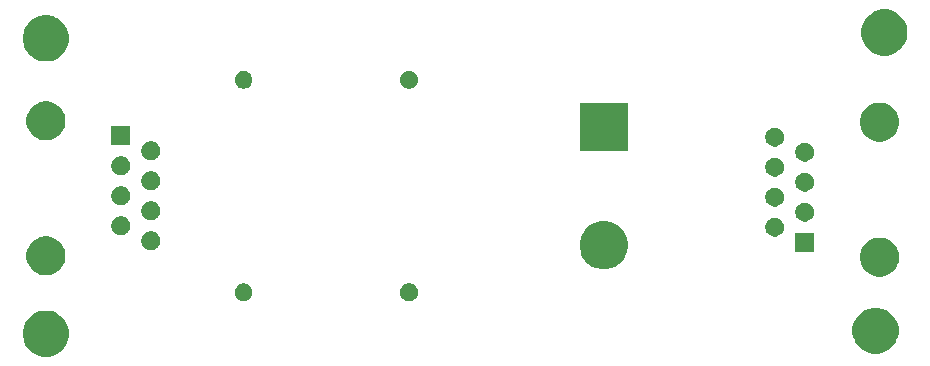
<source format=gbr>
G04 #@! TF.GenerationSoftware,KiCad,Pcbnew,(5.1.4)-1*
G04 #@! TF.CreationDate,2020-02-14T11:12:35-05:00*
G04 #@! TF.ProjectId,PowerFilter,506f7765-7246-4696-9c74-65722e6b6963,rev?*
G04 #@! TF.SameCoordinates,Original*
G04 #@! TF.FileFunction,Soldermask,Top*
G04 #@! TF.FilePolarity,Negative*
%FSLAX46Y46*%
G04 Gerber Fmt 4.6, Leading zero omitted, Abs format (unit mm)*
G04 Created by KiCad (PCBNEW (5.1.4)-1) date 2020-02-14 11:12:35*
%MOMM*%
%LPD*%
G04 APERTURE LIST*
%ADD10C,0.100000*%
G04 APERTURE END LIST*
D10*
G36*
X61819085Y-80873975D02*
G01*
X62174143Y-81021045D01*
X62174145Y-81021046D01*
X62493690Y-81234559D01*
X62765441Y-81506310D01*
X62978954Y-81825855D01*
X62978955Y-81825857D01*
X63126025Y-82180915D01*
X63201000Y-82557842D01*
X63201000Y-82942158D01*
X63126025Y-83319085D01*
X62978955Y-83674143D01*
X62978954Y-83674145D01*
X62765441Y-83993690D01*
X62493690Y-84265441D01*
X62174145Y-84478954D01*
X62174144Y-84478955D01*
X62174143Y-84478955D01*
X61819085Y-84626025D01*
X61442158Y-84701000D01*
X61057842Y-84701000D01*
X60680915Y-84626025D01*
X60325857Y-84478955D01*
X60325856Y-84478955D01*
X60325855Y-84478954D01*
X60006310Y-84265441D01*
X59734559Y-83993690D01*
X59521046Y-83674145D01*
X59521045Y-83674143D01*
X59373975Y-83319085D01*
X59299000Y-82942158D01*
X59299000Y-82557842D01*
X59373975Y-82180915D01*
X59521045Y-81825857D01*
X59521046Y-81825855D01*
X59734559Y-81506310D01*
X60006310Y-81234559D01*
X60325855Y-81021046D01*
X60325857Y-81021045D01*
X60680915Y-80873975D01*
X61057842Y-80799000D01*
X61442158Y-80799000D01*
X61819085Y-80873975D01*
X61819085Y-80873975D01*
G37*
G36*
X132069085Y-80623975D02*
G01*
X132424143Y-80771045D01*
X132424145Y-80771046D01*
X132743690Y-80984559D01*
X133015441Y-81256310D01*
X133182486Y-81506311D01*
X133228955Y-81575857D01*
X133376025Y-81930915D01*
X133451000Y-82307842D01*
X133451000Y-82692158D01*
X133376025Y-83069085D01*
X133272471Y-83319085D01*
X133228954Y-83424145D01*
X133015441Y-83743690D01*
X132743690Y-84015441D01*
X132424145Y-84228954D01*
X132424144Y-84228955D01*
X132424143Y-84228955D01*
X132069085Y-84376025D01*
X131692158Y-84451000D01*
X131307842Y-84451000D01*
X130930915Y-84376025D01*
X130575857Y-84228955D01*
X130575856Y-84228955D01*
X130575855Y-84228954D01*
X130256310Y-84015441D01*
X129984559Y-83743690D01*
X129771046Y-83424145D01*
X129727529Y-83319085D01*
X129623975Y-83069085D01*
X129549000Y-82692158D01*
X129549000Y-82307842D01*
X129623975Y-81930915D01*
X129771045Y-81575857D01*
X129817514Y-81506311D01*
X129984559Y-81256310D01*
X130256310Y-80984559D01*
X130575855Y-80771046D01*
X130575857Y-80771045D01*
X130930915Y-80623975D01*
X131307842Y-80549000D01*
X131692158Y-80549000D01*
X132069085Y-80623975D01*
X132069085Y-80623975D01*
G37*
G36*
X92219059Y-78527860D02*
G01*
X92355732Y-78584472D01*
X92478735Y-78666660D01*
X92583340Y-78771265D01*
X92665528Y-78894268D01*
X92722140Y-79030941D01*
X92751000Y-79176033D01*
X92751000Y-79323967D01*
X92722140Y-79469059D01*
X92665528Y-79605732D01*
X92583340Y-79728735D01*
X92478735Y-79833340D01*
X92355732Y-79915528D01*
X92355731Y-79915529D01*
X92355730Y-79915529D01*
X92219059Y-79972140D01*
X92073968Y-80001000D01*
X91926032Y-80001000D01*
X91780941Y-79972140D01*
X91644270Y-79915529D01*
X91644269Y-79915529D01*
X91644268Y-79915528D01*
X91521265Y-79833340D01*
X91416660Y-79728735D01*
X91334472Y-79605732D01*
X91277860Y-79469059D01*
X91249000Y-79323967D01*
X91249000Y-79176033D01*
X91277860Y-79030941D01*
X91334472Y-78894268D01*
X91416660Y-78771265D01*
X91521265Y-78666660D01*
X91644268Y-78584472D01*
X91780941Y-78527860D01*
X91926032Y-78499000D01*
X92073968Y-78499000D01*
X92219059Y-78527860D01*
X92219059Y-78527860D01*
G37*
G36*
X78219059Y-78527860D02*
G01*
X78355732Y-78584472D01*
X78478735Y-78666660D01*
X78583340Y-78771265D01*
X78665528Y-78894268D01*
X78722140Y-79030941D01*
X78751000Y-79176033D01*
X78751000Y-79323967D01*
X78722140Y-79469059D01*
X78665528Y-79605732D01*
X78583340Y-79728735D01*
X78478735Y-79833340D01*
X78355732Y-79915528D01*
X78355731Y-79915529D01*
X78355730Y-79915529D01*
X78219059Y-79972140D01*
X78073968Y-80001000D01*
X77926032Y-80001000D01*
X77780941Y-79972140D01*
X77644270Y-79915529D01*
X77644269Y-79915529D01*
X77644268Y-79915528D01*
X77521265Y-79833340D01*
X77416660Y-79728735D01*
X77334472Y-79605732D01*
X77277860Y-79469059D01*
X77249000Y-79323967D01*
X77249000Y-79176033D01*
X77277860Y-79030941D01*
X77334472Y-78894268D01*
X77416660Y-78771265D01*
X77521265Y-78666660D01*
X77644268Y-78584472D01*
X77780941Y-78527860D01*
X77926032Y-78499000D01*
X78073968Y-78499000D01*
X78219059Y-78527860D01*
X78219059Y-78527860D01*
G37*
G36*
X132200416Y-74656357D02*
G01*
X132331579Y-74682447D01*
X132632042Y-74806903D01*
X132902451Y-74987585D01*
X133132415Y-75217549D01*
X133313097Y-75487958D01*
X133437553Y-75788421D01*
X133449455Y-75848255D01*
X133501000Y-76107389D01*
X133501000Y-76432611D01*
X133459434Y-76641578D01*
X133437553Y-76751579D01*
X133313097Y-77052042D01*
X133132415Y-77322451D01*
X132902451Y-77552415D01*
X132632042Y-77733097D01*
X132331579Y-77857553D01*
X132225256Y-77878702D01*
X132012611Y-77921000D01*
X131687389Y-77921000D01*
X131474744Y-77878702D01*
X131368421Y-77857553D01*
X131067958Y-77733097D01*
X130797549Y-77552415D01*
X130567585Y-77322451D01*
X130386903Y-77052042D01*
X130262447Y-76751579D01*
X130240566Y-76641578D01*
X130199000Y-76432611D01*
X130199000Y-76107389D01*
X130250545Y-75848255D01*
X130262447Y-75788421D01*
X130386903Y-75487958D01*
X130567585Y-75217549D01*
X130797549Y-74987585D01*
X131067958Y-74806903D01*
X131368421Y-74682447D01*
X131499584Y-74656357D01*
X131687389Y-74619000D01*
X132012611Y-74619000D01*
X132200416Y-74656357D01*
X132200416Y-74656357D01*
G37*
G36*
X61625256Y-74551298D02*
G01*
X61731579Y-74572447D01*
X62032042Y-74696903D01*
X62302451Y-74877585D01*
X62532415Y-75107549D01*
X62713097Y-75377958D01*
X62837553Y-75678421D01*
X62901000Y-75997391D01*
X62901000Y-76322609D01*
X62837553Y-76641579D01*
X62713097Y-76942042D01*
X62532415Y-77212451D01*
X62302451Y-77442415D01*
X62032042Y-77623097D01*
X61731579Y-77747553D01*
X61625256Y-77768702D01*
X61412611Y-77811000D01*
X61087389Y-77811000D01*
X60874744Y-77768702D01*
X60768421Y-77747553D01*
X60467958Y-77623097D01*
X60197549Y-77442415D01*
X59967585Y-77212451D01*
X59786903Y-76942042D01*
X59662447Y-76641579D01*
X59599000Y-76322609D01*
X59599000Y-75997391D01*
X59662447Y-75678421D01*
X59786903Y-75377958D01*
X59967585Y-75107549D01*
X60197549Y-74877585D01*
X60467958Y-74696903D01*
X60768421Y-74572447D01*
X60874744Y-74551298D01*
X61087389Y-74509000D01*
X61412611Y-74509000D01*
X61625256Y-74551298D01*
X61625256Y-74551298D01*
G37*
G36*
X109098254Y-73277818D02*
G01*
X109471511Y-73432426D01*
X109471513Y-73432427D01*
X109807436Y-73656884D01*
X110093116Y-73942564D01*
X110218763Y-74130607D01*
X110317574Y-74278489D01*
X110472182Y-74651746D01*
X110551000Y-75047993D01*
X110551000Y-75452007D01*
X110472182Y-75848254D01*
X110410408Y-75997389D01*
X110317573Y-76221513D01*
X110093116Y-76557436D01*
X109807436Y-76843116D01*
X109471513Y-77067573D01*
X109471512Y-77067574D01*
X109471511Y-77067574D01*
X109098254Y-77222182D01*
X108702007Y-77301000D01*
X108297993Y-77301000D01*
X107901746Y-77222182D01*
X107528489Y-77067574D01*
X107528488Y-77067574D01*
X107528487Y-77067573D01*
X107192564Y-76843116D01*
X106906884Y-76557436D01*
X106682427Y-76221513D01*
X106589592Y-75997389D01*
X106527818Y-75848254D01*
X106449000Y-75452007D01*
X106449000Y-75047993D01*
X106527818Y-74651746D01*
X106682426Y-74278489D01*
X106781238Y-74130607D01*
X106906884Y-73942564D01*
X107192564Y-73656884D01*
X107528487Y-73432427D01*
X107528489Y-73432426D01*
X107901746Y-73277818D01*
X108297993Y-73199000D01*
X108702007Y-73199000D01*
X109098254Y-73277818D01*
X109098254Y-73277818D01*
G37*
G36*
X126301000Y-75801000D02*
G01*
X124699000Y-75801000D01*
X124699000Y-74199000D01*
X126301000Y-74199000D01*
X126301000Y-75801000D01*
X126301000Y-75801000D01*
G37*
G36*
X70373642Y-74119781D02*
G01*
X70519414Y-74180162D01*
X70519416Y-74180163D01*
X70650608Y-74267822D01*
X70762178Y-74379392D01*
X70849837Y-74510584D01*
X70849838Y-74510586D01*
X70910219Y-74656358D01*
X70941000Y-74811107D01*
X70941000Y-74968893D01*
X70910219Y-75123642D01*
X70871321Y-75217549D01*
X70849837Y-75269416D01*
X70762178Y-75400608D01*
X70650608Y-75512178D01*
X70519416Y-75599837D01*
X70519415Y-75599838D01*
X70519414Y-75599838D01*
X70373642Y-75660219D01*
X70218893Y-75691000D01*
X70061107Y-75691000D01*
X69906358Y-75660219D01*
X69760586Y-75599838D01*
X69760585Y-75599838D01*
X69760584Y-75599837D01*
X69629392Y-75512178D01*
X69517822Y-75400608D01*
X69430163Y-75269416D01*
X69408679Y-75217549D01*
X69369781Y-75123642D01*
X69339000Y-74968893D01*
X69339000Y-74811107D01*
X69369781Y-74656358D01*
X69430162Y-74510586D01*
X69430163Y-74510584D01*
X69517822Y-74379392D01*
X69629392Y-74267822D01*
X69760584Y-74180163D01*
X69760586Y-74180162D01*
X69906358Y-74119781D01*
X70061107Y-74089000D01*
X70218893Y-74089000D01*
X70373642Y-74119781D01*
X70373642Y-74119781D01*
G37*
G36*
X123193642Y-72959781D02*
G01*
X123339414Y-73020162D01*
X123339416Y-73020163D01*
X123470608Y-73107822D01*
X123582178Y-73219392D01*
X123621217Y-73277819D01*
X123669838Y-73350586D01*
X123730219Y-73496358D01*
X123761000Y-73651107D01*
X123761000Y-73808893D01*
X123730219Y-73963642D01*
X123678294Y-74089000D01*
X123669837Y-74109416D01*
X123582178Y-74240608D01*
X123470608Y-74352178D01*
X123339416Y-74439837D01*
X123339415Y-74439838D01*
X123339414Y-74439838D01*
X123193642Y-74500219D01*
X123038893Y-74531000D01*
X122881107Y-74531000D01*
X122726358Y-74500219D01*
X122580586Y-74439838D01*
X122580585Y-74439838D01*
X122580584Y-74439837D01*
X122449392Y-74352178D01*
X122337822Y-74240608D01*
X122250163Y-74109416D01*
X122241706Y-74089000D01*
X122189781Y-73963642D01*
X122159000Y-73808893D01*
X122159000Y-73651107D01*
X122189781Y-73496358D01*
X122250162Y-73350586D01*
X122298783Y-73277819D01*
X122337822Y-73219392D01*
X122449392Y-73107822D01*
X122580584Y-73020163D01*
X122580586Y-73020162D01*
X122726358Y-72959781D01*
X122881107Y-72929000D01*
X123038893Y-72929000D01*
X123193642Y-72959781D01*
X123193642Y-72959781D01*
G37*
G36*
X67833642Y-72849781D02*
G01*
X67979414Y-72910162D01*
X67979416Y-72910163D01*
X68110608Y-72997822D01*
X68222178Y-73109392D01*
X68302911Y-73230219D01*
X68309838Y-73240586D01*
X68370219Y-73386358D01*
X68401000Y-73541107D01*
X68401000Y-73698893D01*
X68370219Y-73853642D01*
X68333386Y-73942564D01*
X68309837Y-73999416D01*
X68222178Y-74130608D01*
X68110608Y-74242178D01*
X67979416Y-74329837D01*
X67979415Y-74329838D01*
X67979414Y-74329838D01*
X67833642Y-74390219D01*
X67678893Y-74421000D01*
X67521107Y-74421000D01*
X67366358Y-74390219D01*
X67220586Y-74329838D01*
X67220585Y-74329838D01*
X67220584Y-74329837D01*
X67089392Y-74242178D01*
X66977822Y-74130608D01*
X66890163Y-73999416D01*
X66866614Y-73942564D01*
X66829781Y-73853642D01*
X66799000Y-73698893D01*
X66799000Y-73541107D01*
X66829781Y-73386358D01*
X66890162Y-73240586D01*
X66897089Y-73230219D01*
X66977822Y-73109392D01*
X67089392Y-72997822D01*
X67220584Y-72910163D01*
X67220586Y-72910162D01*
X67366358Y-72849781D01*
X67521107Y-72819000D01*
X67678893Y-72819000D01*
X67833642Y-72849781D01*
X67833642Y-72849781D01*
G37*
G36*
X125733642Y-71689781D02*
G01*
X125879414Y-71750162D01*
X125879416Y-71750163D01*
X126010608Y-71837822D01*
X126122178Y-71949392D01*
X126136339Y-71970586D01*
X126209838Y-72080586D01*
X126270219Y-72226358D01*
X126301000Y-72381107D01*
X126301000Y-72538893D01*
X126270219Y-72693642D01*
X126218294Y-72819000D01*
X126209837Y-72839416D01*
X126122178Y-72970608D01*
X126010608Y-73082178D01*
X125879416Y-73169837D01*
X125879415Y-73169838D01*
X125879414Y-73169838D01*
X125733642Y-73230219D01*
X125578893Y-73261000D01*
X125421107Y-73261000D01*
X125266358Y-73230219D01*
X125120586Y-73169838D01*
X125120585Y-73169838D01*
X125120584Y-73169837D01*
X124989392Y-73082178D01*
X124877822Y-72970608D01*
X124790163Y-72839416D01*
X124781706Y-72819000D01*
X124729781Y-72693642D01*
X124699000Y-72538893D01*
X124699000Y-72381107D01*
X124729781Y-72226358D01*
X124790162Y-72080586D01*
X124863661Y-71970586D01*
X124877822Y-71949392D01*
X124989392Y-71837822D01*
X125120584Y-71750163D01*
X125120586Y-71750162D01*
X125266358Y-71689781D01*
X125421107Y-71659000D01*
X125578893Y-71659000D01*
X125733642Y-71689781D01*
X125733642Y-71689781D01*
G37*
G36*
X70373642Y-71579781D02*
G01*
X70519414Y-71640162D01*
X70519416Y-71640163D01*
X70650608Y-71727822D01*
X70762178Y-71839392D01*
X70842911Y-71960219D01*
X70849838Y-71970586D01*
X70910219Y-72116358D01*
X70941000Y-72271107D01*
X70941000Y-72428893D01*
X70910219Y-72583642D01*
X70864655Y-72693642D01*
X70849837Y-72729416D01*
X70762178Y-72860608D01*
X70650608Y-72972178D01*
X70519416Y-73059837D01*
X70519415Y-73059838D01*
X70519414Y-73059838D01*
X70373642Y-73120219D01*
X70218893Y-73151000D01*
X70061107Y-73151000D01*
X69906358Y-73120219D01*
X69760586Y-73059838D01*
X69760585Y-73059838D01*
X69760584Y-73059837D01*
X69629392Y-72972178D01*
X69517822Y-72860608D01*
X69430163Y-72729416D01*
X69415345Y-72693642D01*
X69369781Y-72583642D01*
X69339000Y-72428893D01*
X69339000Y-72271107D01*
X69369781Y-72116358D01*
X69430162Y-71970586D01*
X69437089Y-71960219D01*
X69517822Y-71839392D01*
X69629392Y-71727822D01*
X69760584Y-71640163D01*
X69760586Y-71640162D01*
X69906358Y-71579781D01*
X70061107Y-71549000D01*
X70218893Y-71549000D01*
X70373642Y-71579781D01*
X70373642Y-71579781D01*
G37*
G36*
X123193642Y-70419781D02*
G01*
X123339414Y-70480162D01*
X123339416Y-70480163D01*
X123470608Y-70567822D01*
X123582178Y-70679392D01*
X123596339Y-70700586D01*
X123669838Y-70810586D01*
X123730219Y-70956358D01*
X123761000Y-71111107D01*
X123761000Y-71268893D01*
X123730219Y-71423642D01*
X123678294Y-71549000D01*
X123669837Y-71569416D01*
X123582178Y-71700608D01*
X123470608Y-71812178D01*
X123339416Y-71899837D01*
X123339415Y-71899838D01*
X123339414Y-71899838D01*
X123193642Y-71960219D01*
X123038893Y-71991000D01*
X122881107Y-71991000D01*
X122726358Y-71960219D01*
X122580586Y-71899838D01*
X122580585Y-71899838D01*
X122580584Y-71899837D01*
X122449392Y-71812178D01*
X122337822Y-71700608D01*
X122250163Y-71569416D01*
X122241706Y-71549000D01*
X122189781Y-71423642D01*
X122159000Y-71268893D01*
X122159000Y-71111107D01*
X122189781Y-70956358D01*
X122250162Y-70810586D01*
X122323661Y-70700586D01*
X122337822Y-70679392D01*
X122449392Y-70567822D01*
X122580584Y-70480163D01*
X122580586Y-70480162D01*
X122726358Y-70419781D01*
X122881107Y-70389000D01*
X123038893Y-70389000D01*
X123193642Y-70419781D01*
X123193642Y-70419781D01*
G37*
G36*
X67833642Y-70309781D02*
G01*
X67979414Y-70370162D01*
X67979416Y-70370163D01*
X68110608Y-70457822D01*
X68222178Y-70569392D01*
X68302911Y-70690219D01*
X68309838Y-70700586D01*
X68370219Y-70846358D01*
X68401000Y-71001107D01*
X68401000Y-71158893D01*
X68370219Y-71313642D01*
X68324655Y-71423642D01*
X68309837Y-71459416D01*
X68222178Y-71590608D01*
X68110608Y-71702178D01*
X67979416Y-71789837D01*
X67979415Y-71789838D01*
X67979414Y-71789838D01*
X67833642Y-71850219D01*
X67678893Y-71881000D01*
X67521107Y-71881000D01*
X67366358Y-71850219D01*
X67220586Y-71789838D01*
X67220585Y-71789838D01*
X67220584Y-71789837D01*
X67089392Y-71702178D01*
X66977822Y-71590608D01*
X66890163Y-71459416D01*
X66875345Y-71423642D01*
X66829781Y-71313642D01*
X66799000Y-71158893D01*
X66799000Y-71001107D01*
X66829781Y-70846358D01*
X66890162Y-70700586D01*
X66897089Y-70690219D01*
X66977822Y-70569392D01*
X67089392Y-70457822D01*
X67220584Y-70370163D01*
X67220586Y-70370162D01*
X67366358Y-70309781D01*
X67521107Y-70279000D01*
X67678893Y-70279000D01*
X67833642Y-70309781D01*
X67833642Y-70309781D01*
G37*
G36*
X125733642Y-69149781D02*
G01*
X125879414Y-69210162D01*
X125879416Y-69210163D01*
X126010608Y-69297822D01*
X126122178Y-69409392D01*
X126136339Y-69430586D01*
X126209838Y-69540586D01*
X126270219Y-69686358D01*
X126301000Y-69841107D01*
X126301000Y-69998893D01*
X126270219Y-70153642D01*
X126218294Y-70279000D01*
X126209837Y-70299416D01*
X126122178Y-70430608D01*
X126010608Y-70542178D01*
X125879416Y-70629837D01*
X125879415Y-70629838D01*
X125879414Y-70629838D01*
X125733642Y-70690219D01*
X125578893Y-70721000D01*
X125421107Y-70721000D01*
X125266358Y-70690219D01*
X125120586Y-70629838D01*
X125120585Y-70629838D01*
X125120584Y-70629837D01*
X124989392Y-70542178D01*
X124877822Y-70430608D01*
X124790163Y-70299416D01*
X124781706Y-70279000D01*
X124729781Y-70153642D01*
X124699000Y-69998893D01*
X124699000Y-69841107D01*
X124729781Y-69686358D01*
X124790162Y-69540586D01*
X124863661Y-69430586D01*
X124877822Y-69409392D01*
X124989392Y-69297822D01*
X125120584Y-69210163D01*
X125120586Y-69210162D01*
X125266358Y-69149781D01*
X125421107Y-69119000D01*
X125578893Y-69119000D01*
X125733642Y-69149781D01*
X125733642Y-69149781D01*
G37*
G36*
X70373642Y-69039781D02*
G01*
X70519414Y-69100162D01*
X70519416Y-69100163D01*
X70650608Y-69187822D01*
X70762178Y-69299392D01*
X70842911Y-69420219D01*
X70849838Y-69430586D01*
X70910219Y-69576358D01*
X70941000Y-69731107D01*
X70941000Y-69888893D01*
X70910219Y-70043642D01*
X70864655Y-70153642D01*
X70849837Y-70189416D01*
X70762178Y-70320608D01*
X70650608Y-70432178D01*
X70519416Y-70519837D01*
X70519415Y-70519838D01*
X70519414Y-70519838D01*
X70373642Y-70580219D01*
X70218893Y-70611000D01*
X70061107Y-70611000D01*
X69906358Y-70580219D01*
X69760586Y-70519838D01*
X69760585Y-70519838D01*
X69760584Y-70519837D01*
X69629392Y-70432178D01*
X69517822Y-70320608D01*
X69430163Y-70189416D01*
X69415345Y-70153642D01*
X69369781Y-70043642D01*
X69339000Y-69888893D01*
X69339000Y-69731107D01*
X69369781Y-69576358D01*
X69430162Y-69430586D01*
X69437089Y-69420219D01*
X69517822Y-69299392D01*
X69629392Y-69187822D01*
X69760584Y-69100163D01*
X69760586Y-69100162D01*
X69906358Y-69039781D01*
X70061107Y-69009000D01*
X70218893Y-69009000D01*
X70373642Y-69039781D01*
X70373642Y-69039781D01*
G37*
G36*
X123193642Y-67879781D02*
G01*
X123339414Y-67940162D01*
X123339416Y-67940163D01*
X123470608Y-68027822D01*
X123582178Y-68139392D01*
X123596339Y-68160586D01*
X123669838Y-68270586D01*
X123730219Y-68416358D01*
X123761000Y-68571107D01*
X123761000Y-68728893D01*
X123730219Y-68883642D01*
X123678294Y-69009000D01*
X123669837Y-69029416D01*
X123582178Y-69160608D01*
X123470608Y-69272178D01*
X123339416Y-69359837D01*
X123339415Y-69359838D01*
X123339414Y-69359838D01*
X123193642Y-69420219D01*
X123038893Y-69451000D01*
X122881107Y-69451000D01*
X122726358Y-69420219D01*
X122580586Y-69359838D01*
X122580585Y-69359838D01*
X122580584Y-69359837D01*
X122449392Y-69272178D01*
X122337822Y-69160608D01*
X122250163Y-69029416D01*
X122241706Y-69009000D01*
X122189781Y-68883642D01*
X122159000Y-68728893D01*
X122159000Y-68571107D01*
X122189781Y-68416358D01*
X122250162Y-68270586D01*
X122323661Y-68160586D01*
X122337822Y-68139392D01*
X122449392Y-68027822D01*
X122580584Y-67940163D01*
X122580586Y-67940162D01*
X122726358Y-67879781D01*
X122881107Y-67849000D01*
X123038893Y-67849000D01*
X123193642Y-67879781D01*
X123193642Y-67879781D01*
G37*
G36*
X67833642Y-67769781D02*
G01*
X67979414Y-67830162D01*
X67979416Y-67830163D01*
X68110608Y-67917822D01*
X68222178Y-68029392D01*
X68302911Y-68150219D01*
X68309838Y-68160586D01*
X68370219Y-68306358D01*
X68401000Y-68461107D01*
X68401000Y-68618893D01*
X68370219Y-68773642D01*
X68324655Y-68883642D01*
X68309837Y-68919416D01*
X68222178Y-69050608D01*
X68110608Y-69162178D01*
X67979416Y-69249837D01*
X67979415Y-69249838D01*
X67979414Y-69249838D01*
X67833642Y-69310219D01*
X67678893Y-69341000D01*
X67521107Y-69341000D01*
X67366358Y-69310219D01*
X67220586Y-69249838D01*
X67220585Y-69249838D01*
X67220584Y-69249837D01*
X67089392Y-69162178D01*
X66977822Y-69050608D01*
X66890163Y-68919416D01*
X66875345Y-68883642D01*
X66829781Y-68773642D01*
X66799000Y-68618893D01*
X66799000Y-68461107D01*
X66829781Y-68306358D01*
X66890162Y-68160586D01*
X66897089Y-68150219D01*
X66977822Y-68029392D01*
X67089392Y-67917822D01*
X67220584Y-67830163D01*
X67220586Y-67830162D01*
X67366358Y-67769781D01*
X67521107Y-67739000D01*
X67678893Y-67739000D01*
X67833642Y-67769781D01*
X67833642Y-67769781D01*
G37*
G36*
X125733642Y-66609781D02*
G01*
X125879414Y-66670162D01*
X125879416Y-66670163D01*
X126010608Y-66757822D01*
X126122178Y-66869392D01*
X126136339Y-66890586D01*
X126209838Y-67000586D01*
X126270219Y-67146358D01*
X126301000Y-67301107D01*
X126301000Y-67458893D01*
X126270219Y-67613642D01*
X126218294Y-67739000D01*
X126209837Y-67759416D01*
X126122178Y-67890608D01*
X126010608Y-68002178D01*
X125879416Y-68089837D01*
X125879415Y-68089838D01*
X125879414Y-68089838D01*
X125733642Y-68150219D01*
X125578893Y-68181000D01*
X125421107Y-68181000D01*
X125266358Y-68150219D01*
X125120586Y-68089838D01*
X125120585Y-68089838D01*
X125120584Y-68089837D01*
X124989392Y-68002178D01*
X124877822Y-67890608D01*
X124790163Y-67759416D01*
X124781706Y-67739000D01*
X124729781Y-67613642D01*
X124699000Y-67458893D01*
X124699000Y-67301107D01*
X124729781Y-67146358D01*
X124790162Y-67000586D01*
X124863661Y-66890586D01*
X124877822Y-66869392D01*
X124989392Y-66757822D01*
X125120584Y-66670163D01*
X125120586Y-66670162D01*
X125266358Y-66609781D01*
X125421107Y-66579000D01*
X125578893Y-66579000D01*
X125733642Y-66609781D01*
X125733642Y-66609781D01*
G37*
G36*
X70373642Y-66499781D02*
G01*
X70519414Y-66560162D01*
X70519416Y-66560163D01*
X70650608Y-66647822D01*
X70762178Y-66759392D01*
X70842911Y-66880219D01*
X70849838Y-66890586D01*
X70910219Y-67036358D01*
X70941000Y-67191107D01*
X70941000Y-67348893D01*
X70910219Y-67503642D01*
X70864655Y-67613642D01*
X70849837Y-67649416D01*
X70762178Y-67780608D01*
X70650608Y-67892178D01*
X70519416Y-67979837D01*
X70519415Y-67979838D01*
X70519414Y-67979838D01*
X70373642Y-68040219D01*
X70218893Y-68071000D01*
X70061107Y-68071000D01*
X69906358Y-68040219D01*
X69760586Y-67979838D01*
X69760585Y-67979838D01*
X69760584Y-67979837D01*
X69629392Y-67892178D01*
X69517822Y-67780608D01*
X69430163Y-67649416D01*
X69415345Y-67613642D01*
X69369781Y-67503642D01*
X69339000Y-67348893D01*
X69339000Y-67191107D01*
X69369781Y-67036358D01*
X69430162Y-66890586D01*
X69437089Y-66880219D01*
X69517822Y-66759392D01*
X69629392Y-66647822D01*
X69760584Y-66560163D01*
X69760586Y-66560162D01*
X69906358Y-66499781D01*
X70061107Y-66469000D01*
X70218893Y-66469000D01*
X70373642Y-66499781D01*
X70373642Y-66499781D01*
G37*
G36*
X110551000Y-67301000D02*
G01*
X106449000Y-67301000D01*
X106449000Y-63199000D01*
X110551000Y-63199000D01*
X110551000Y-67301000D01*
X110551000Y-67301000D01*
G37*
G36*
X123193642Y-65339781D02*
G01*
X123339414Y-65400162D01*
X123339416Y-65400163D01*
X123470608Y-65487822D01*
X123582178Y-65599392D01*
X123597312Y-65622042D01*
X123669838Y-65730586D01*
X123730219Y-65876358D01*
X123761000Y-66031107D01*
X123761000Y-66188893D01*
X123730219Y-66343642D01*
X123678294Y-66469000D01*
X123669837Y-66489416D01*
X123582178Y-66620608D01*
X123470608Y-66732178D01*
X123339416Y-66819837D01*
X123339415Y-66819838D01*
X123339414Y-66819838D01*
X123193642Y-66880219D01*
X123038893Y-66911000D01*
X122881107Y-66911000D01*
X122726358Y-66880219D01*
X122580586Y-66819838D01*
X122580585Y-66819838D01*
X122580584Y-66819837D01*
X122449392Y-66732178D01*
X122337822Y-66620608D01*
X122250163Y-66489416D01*
X122241706Y-66469000D01*
X122189781Y-66343642D01*
X122159000Y-66188893D01*
X122159000Y-66031107D01*
X122189781Y-65876358D01*
X122250162Y-65730586D01*
X122322688Y-65622042D01*
X122337822Y-65599392D01*
X122449392Y-65487822D01*
X122580584Y-65400163D01*
X122580586Y-65400162D01*
X122726358Y-65339781D01*
X122881107Y-65309000D01*
X123038893Y-65309000D01*
X123193642Y-65339781D01*
X123193642Y-65339781D01*
G37*
G36*
X68401000Y-66801000D02*
G01*
X66799000Y-66801000D01*
X66799000Y-65199000D01*
X68401000Y-65199000D01*
X68401000Y-66801000D01*
X68401000Y-66801000D01*
G37*
G36*
X132225256Y-63231298D02*
G01*
X132331579Y-63252447D01*
X132632042Y-63376903D01*
X132902451Y-63557585D01*
X133132415Y-63787549D01*
X133313097Y-64057958D01*
X133437553Y-64358421D01*
X133501000Y-64677391D01*
X133501000Y-65002609D01*
X133437553Y-65321579D01*
X133313097Y-65622042D01*
X133132415Y-65892451D01*
X132902451Y-66122415D01*
X132632042Y-66303097D01*
X132331579Y-66427553D01*
X132225256Y-66448702D01*
X132012611Y-66491000D01*
X131687389Y-66491000D01*
X131474744Y-66448702D01*
X131368421Y-66427553D01*
X131067958Y-66303097D01*
X130797549Y-66122415D01*
X130567585Y-65892451D01*
X130386903Y-65622042D01*
X130262447Y-65321579D01*
X130199000Y-65002609D01*
X130199000Y-64677391D01*
X130262447Y-64358421D01*
X130386903Y-64057958D01*
X130567585Y-63787549D01*
X130797549Y-63557585D01*
X131067958Y-63376903D01*
X131368421Y-63252447D01*
X131474744Y-63231298D01*
X131687389Y-63189000D01*
X132012611Y-63189000D01*
X132225256Y-63231298D01*
X132225256Y-63231298D01*
G37*
G36*
X61625256Y-63121298D02*
G01*
X61731579Y-63142447D01*
X62032042Y-63266903D01*
X62302451Y-63447585D01*
X62532415Y-63677549D01*
X62713097Y-63947958D01*
X62837553Y-64248421D01*
X62901000Y-64567391D01*
X62901000Y-64892609D01*
X62837553Y-65211579D01*
X62713097Y-65512042D01*
X62532415Y-65782451D01*
X62302451Y-66012415D01*
X62032042Y-66193097D01*
X61731579Y-66317553D01*
X61625256Y-66338702D01*
X61412611Y-66381000D01*
X61087389Y-66381000D01*
X60874744Y-66338702D01*
X60768421Y-66317553D01*
X60467958Y-66193097D01*
X60197549Y-66012415D01*
X59967585Y-65782451D01*
X59786903Y-65512042D01*
X59662447Y-65211579D01*
X59599000Y-64892609D01*
X59599000Y-64567391D01*
X59662447Y-64248421D01*
X59786903Y-63947958D01*
X59967585Y-63677549D01*
X60197549Y-63447585D01*
X60467958Y-63266903D01*
X60768421Y-63142447D01*
X60874744Y-63121298D01*
X61087389Y-63079000D01*
X61412611Y-63079000D01*
X61625256Y-63121298D01*
X61625256Y-63121298D01*
G37*
G36*
X78219059Y-60527860D02*
G01*
X78355732Y-60584472D01*
X78478735Y-60666660D01*
X78583340Y-60771265D01*
X78665528Y-60894268D01*
X78722140Y-61030941D01*
X78751000Y-61176033D01*
X78751000Y-61323967D01*
X78722140Y-61469059D01*
X78665528Y-61605732D01*
X78583340Y-61728735D01*
X78478735Y-61833340D01*
X78355732Y-61915528D01*
X78355731Y-61915529D01*
X78355730Y-61915529D01*
X78219059Y-61972140D01*
X78073968Y-62001000D01*
X77926032Y-62001000D01*
X77780941Y-61972140D01*
X77644270Y-61915529D01*
X77644269Y-61915529D01*
X77644268Y-61915528D01*
X77521265Y-61833340D01*
X77416660Y-61728735D01*
X77334472Y-61605732D01*
X77277860Y-61469059D01*
X77249000Y-61323967D01*
X77249000Y-61176033D01*
X77277860Y-61030941D01*
X77334472Y-60894268D01*
X77416660Y-60771265D01*
X77521265Y-60666660D01*
X77644268Y-60584472D01*
X77780941Y-60527860D01*
X77926032Y-60499000D01*
X78073968Y-60499000D01*
X78219059Y-60527860D01*
X78219059Y-60527860D01*
G37*
G36*
X92219059Y-60527860D02*
G01*
X92355732Y-60584472D01*
X92478735Y-60666660D01*
X92583340Y-60771265D01*
X92665528Y-60894268D01*
X92722140Y-61030941D01*
X92751000Y-61176033D01*
X92751000Y-61323967D01*
X92722140Y-61469059D01*
X92665528Y-61605732D01*
X92583340Y-61728735D01*
X92478735Y-61833340D01*
X92355732Y-61915528D01*
X92355731Y-61915529D01*
X92355730Y-61915529D01*
X92219059Y-61972140D01*
X92073968Y-62001000D01*
X91926032Y-62001000D01*
X91780941Y-61972140D01*
X91644270Y-61915529D01*
X91644269Y-61915529D01*
X91644268Y-61915528D01*
X91521265Y-61833340D01*
X91416660Y-61728735D01*
X91334472Y-61605732D01*
X91277860Y-61469059D01*
X91249000Y-61323967D01*
X91249000Y-61176033D01*
X91277860Y-61030941D01*
X91334472Y-60894268D01*
X91416660Y-60771265D01*
X91521265Y-60666660D01*
X91644268Y-60584472D01*
X91780941Y-60527860D01*
X91926032Y-60499000D01*
X92073968Y-60499000D01*
X92219059Y-60527860D01*
X92219059Y-60527860D01*
G37*
G36*
X61819085Y-55873975D02*
G01*
X62138572Y-56006311D01*
X62174145Y-56021046D01*
X62493690Y-56234559D01*
X62765441Y-56506310D01*
X62882108Y-56680915D01*
X62978955Y-56825857D01*
X63126025Y-57180915D01*
X63201000Y-57557842D01*
X63201000Y-57942158D01*
X63126025Y-58319085D01*
X63053701Y-58493690D01*
X62978954Y-58674145D01*
X62765441Y-58993690D01*
X62493690Y-59265441D01*
X62174145Y-59478954D01*
X62174144Y-59478955D01*
X62174143Y-59478955D01*
X61819085Y-59626025D01*
X61442158Y-59701000D01*
X61057842Y-59701000D01*
X60680915Y-59626025D01*
X60325857Y-59478955D01*
X60325856Y-59478955D01*
X60325855Y-59478954D01*
X60006310Y-59265441D01*
X59734559Y-58993690D01*
X59521046Y-58674145D01*
X59446299Y-58493690D01*
X59373975Y-58319085D01*
X59299000Y-57942158D01*
X59299000Y-57557842D01*
X59373975Y-57180915D01*
X59521045Y-56825857D01*
X59617892Y-56680915D01*
X59734559Y-56506310D01*
X60006310Y-56234559D01*
X60325855Y-56021046D01*
X60361428Y-56006311D01*
X60680915Y-55873975D01*
X61057842Y-55799000D01*
X61442158Y-55799000D01*
X61819085Y-55873975D01*
X61819085Y-55873975D01*
G37*
G36*
X132819085Y-55373975D02*
G01*
X133174143Y-55521045D01*
X133174145Y-55521046D01*
X133493690Y-55734559D01*
X133765441Y-56006310D01*
X133775287Y-56021046D01*
X133978955Y-56325857D01*
X134126025Y-56680915D01*
X134201000Y-57057842D01*
X134201000Y-57442158D01*
X134126025Y-57819085D01*
X134075046Y-57942158D01*
X133978954Y-58174145D01*
X133765441Y-58493690D01*
X133493690Y-58765441D01*
X133174145Y-58978954D01*
X133174144Y-58978955D01*
X133174143Y-58978955D01*
X132819085Y-59126025D01*
X132442158Y-59201000D01*
X132057842Y-59201000D01*
X131680915Y-59126025D01*
X131325857Y-58978955D01*
X131325856Y-58978955D01*
X131325855Y-58978954D01*
X131006310Y-58765441D01*
X130734559Y-58493690D01*
X130521046Y-58174145D01*
X130424954Y-57942158D01*
X130373975Y-57819085D01*
X130299000Y-57442158D01*
X130299000Y-57057842D01*
X130373975Y-56680915D01*
X130521045Y-56325857D01*
X130724713Y-56021046D01*
X130734559Y-56006310D01*
X131006310Y-55734559D01*
X131325855Y-55521046D01*
X131325857Y-55521045D01*
X131680915Y-55373975D01*
X132057842Y-55299000D01*
X132442158Y-55299000D01*
X132819085Y-55373975D01*
X132819085Y-55373975D01*
G37*
M02*

</source>
